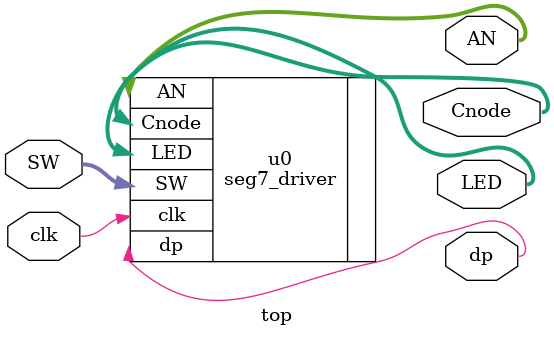
<source format=v>

module top(
    input clk,
    input [15:0] SW,
    output [15:0] LED,
    output [6:0] Cnode,
    output dp,
    output [7:0] AN
);

    seg7_driver u0 (
        .clk(clk),
        .SW(SW),
        .LED(LED),
        .Cnode(Cnode),
        .dp(dp),
        .AN(AN)
    );

endmodule

</source>
